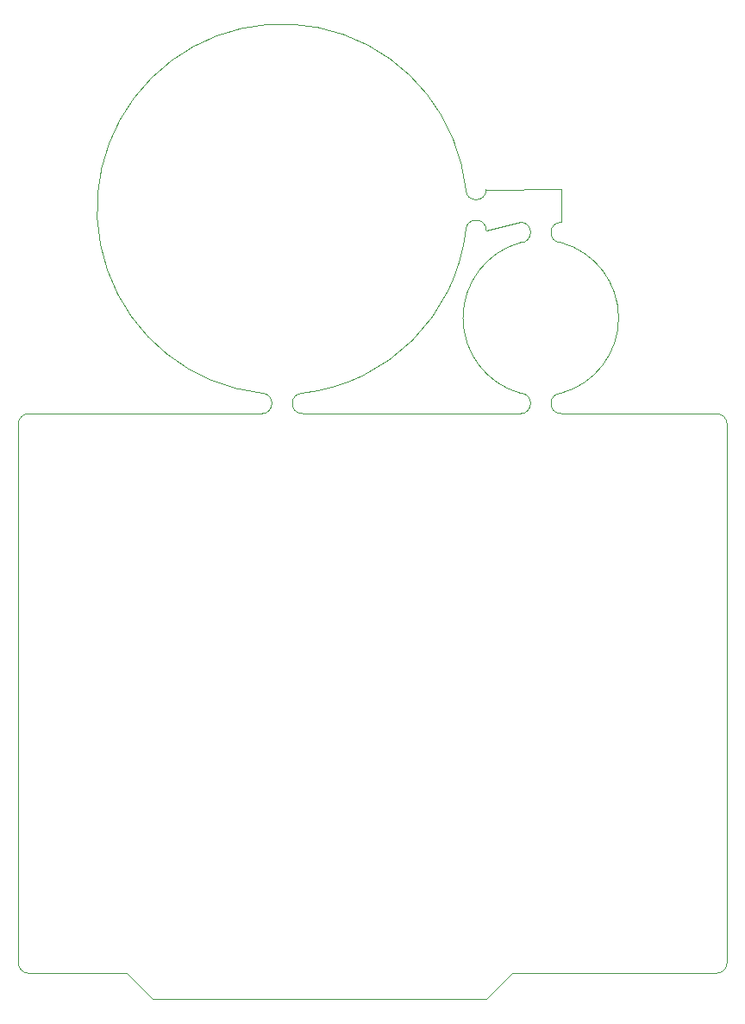
<source format=gbr>
%TF.GenerationSoftware,KiCad,Pcbnew,(6.0.8)*%
%TF.CreationDate,2022-11-07T12:30:50+02:00*%
%TF.ProjectId,inzynierka,696e7a79-6e69-4657-926b-612e6b696361,rev?*%
%TF.SameCoordinates,Original*%
%TF.FileFunction,Profile,NP*%
%FSLAX46Y46*%
G04 Gerber Fmt 4.6, Leading zero omitted, Abs format (unit mm)*
G04 Created by KiCad (PCBNEW (6.0.8)) date 2022-11-07 12:30:50*
%MOMM*%
%LPD*%
G01*
G04 APERTURE LIST*
%TA.AperFunction,Profile*%
%ADD10C,0.100000*%
%TD*%
G04 APERTURE END LIST*
D10*
X120500000Y-79900000D02*
X120510000Y-79884000D01*
X99252333Y-79900000D02*
X99110000Y-79884000D01*
X71202000Y-133748000D02*
X71202000Y-80916000D01*
X99110000Y-77883997D02*
G75*
G03*
X115152333Y-61916106I-2022980J18074917D01*
G01*
X124510000Y-77884000D02*
G75*
G03*
X124510000Y-63120000I-2008560J7382000D01*
G01*
X99252333Y-79900000D02*
X120500000Y-79900000D01*
X124652333Y-79916106D02*
X139782000Y-79900000D01*
X72218000Y-79900000D02*
G75*
G03*
X71202000Y-80916000I0J-1016000D01*
G01*
X117152333Y-57916106D02*
X124500000Y-57902000D01*
X119716000Y-134764000D02*
X139782000Y-134764000D01*
X81870000Y-134764000D02*
X84410000Y-137304000D01*
X140798000Y-80916000D02*
X140798000Y-133748000D01*
X71202000Y-133748000D02*
G75*
G03*
X72218000Y-134764000I1016000J0D01*
G01*
X124500000Y-57902000D02*
X124510000Y-61120000D01*
X84410000Y-137304000D02*
X117176000Y-137304000D01*
X124652333Y-79916106D02*
X124510000Y-79884000D01*
X120510000Y-61120000D02*
X117152333Y-61916106D01*
X117176000Y-137304000D02*
X119716000Y-134764000D01*
X94952333Y-79900000D02*
X95110000Y-79884000D01*
X140798000Y-80916000D02*
G75*
G03*
X139782000Y-79900000I-1016000J0D01*
G01*
X94952333Y-79900000D02*
X72218000Y-79900000D01*
X120510000Y-63120000D02*
G75*
G03*
X120510000Y-77884000I2014400J-7382000D01*
G01*
X139782000Y-134764000D02*
G75*
G03*
X140798000Y-133748000I0J1016000D01*
G01*
X72218000Y-134764000D02*
X81870000Y-134764000D01*
X115152329Y-57916106D02*
G75*
G03*
X95110000Y-77884000I-18055269J-1919894D01*
G01*
%TO.C,mouse-bite-2mm-slot*%
X115152333Y-57916106D02*
G75*
G03*
X117152333Y-57916106I1000000J0D01*
G01*
X117152333Y-61916106D02*
G75*
G03*
X115152333Y-61916106I-1000000J0D01*
G01*
X120510000Y-63120000D02*
G75*
G03*
X120510000Y-61120000I0J1000000D01*
G01*
X124510000Y-61120000D02*
G75*
G03*
X124510000Y-63120000I0J-1000000D01*
G01*
X95110000Y-79884000D02*
G75*
G03*
X95110000Y-77884000I0J1000000D01*
G01*
X99110000Y-77884000D02*
G75*
G03*
X99110000Y-79884000I0J-1000000D01*
G01*
X124510000Y-77884000D02*
G75*
G03*
X124510000Y-79884000I0J-1000000D01*
G01*
X120510000Y-79884000D02*
G75*
G03*
X120510000Y-77884000I0J1000000D01*
G01*
%TD*%
M02*

</source>
